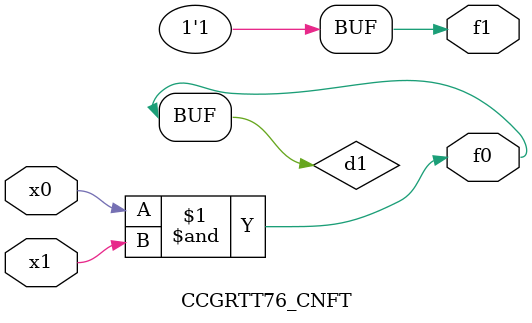
<source format=v>
module CCGRTT76_CNFT(
	input x0, x1,
	output f0, f1
);

	wire d1;

	assign f0 = d1;
	and (d1, x0, x1);
	assign f1 = 1'b1;
endmodule

</source>
